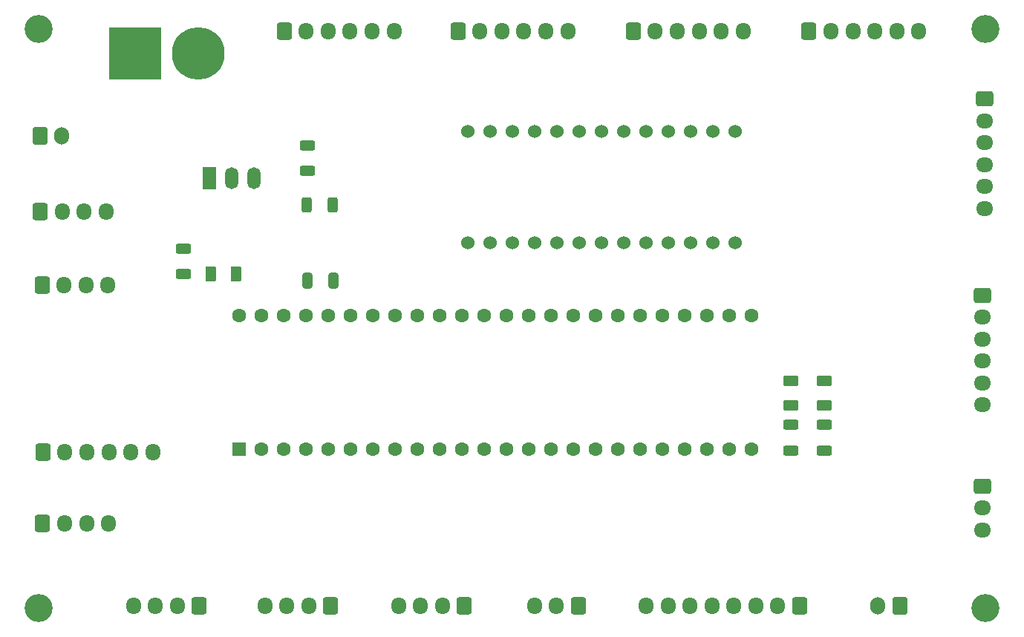
<source format=gbr>
%TF.GenerationSoftware,KiCad,Pcbnew,7.0.5-7.0.5~ubuntu20.04.1*%
%TF.CreationDate,2023-07-11T16:02:30+02:00*%
%TF.ProjectId,drone_launcher,64726f6e-655f-46c6-9175-6e636865722e,V1.0*%
%TF.SameCoordinates,Original*%
%TF.FileFunction,Soldermask,Top*%
%TF.FilePolarity,Negative*%
%FSLAX46Y46*%
G04 Gerber Fmt 4.6, Leading zero omitted, Abs format (unit mm)*
G04 Created by KiCad (PCBNEW 7.0.5-7.0.5~ubuntu20.04.1) date 2023-07-11 16:02:30*
%MOMM*%
%LPD*%
G01*
G04 APERTURE LIST*
G04 Aperture macros list*
%AMRoundRect*
0 Rectangle with rounded corners*
0 $1 Rounding radius*
0 $2 $3 $4 $5 $6 $7 $8 $9 X,Y pos of 4 corners*
0 Add a 4 corners polygon primitive as box body*
4,1,4,$2,$3,$4,$5,$6,$7,$8,$9,$2,$3,0*
0 Add four circle primitives for the rounded corners*
1,1,$1+$1,$2,$3*
1,1,$1+$1,$4,$5*
1,1,$1+$1,$6,$7*
1,1,$1+$1,$8,$9*
0 Add four rect primitives between the rounded corners*
20,1,$1+$1,$2,$3,$4,$5,0*
20,1,$1+$1,$4,$5,$6,$7,0*
20,1,$1+$1,$6,$7,$8,$9,0*
20,1,$1+$1,$8,$9,$2,$3,0*%
G04 Aperture macros list end*
%ADD10RoundRect,0.250000X-0.725000X0.600000X-0.725000X-0.600000X0.725000X-0.600000X0.725000X0.600000X0*%
%ADD11O,1.950000X1.700000*%
%ADD12RoundRect,0.250000X-0.600000X-0.725000X0.600000X-0.725000X0.600000X0.725000X-0.600000X0.725000X0*%
%ADD13O,1.700000X1.950000*%
%ADD14C,3.200000*%
%ADD15C,1.524000*%
%ADD16RoundRect,0.250000X0.600000X0.725000X-0.600000X0.725000X-0.600000X-0.725000X0.600000X-0.725000X0*%
%ADD17R,1.500000X2.500000*%
%ADD18O,1.500000X2.500000*%
%ADD19RoundRect,0.250000X-0.325000X-0.650000X0.325000X-0.650000X0.325000X0.650000X-0.325000X0.650000X0*%
%ADD20RoundRect,0.250000X-0.625000X0.312500X-0.625000X-0.312500X0.625000X-0.312500X0.625000X0.312500X0*%
%ADD21RoundRect,0.250000X0.625000X-0.375000X0.625000X0.375000X-0.625000X0.375000X-0.625000X-0.375000X0*%
%ADD22C,6.000000*%
%ADD23R,6.000000X6.000000*%
%ADD24RoundRect,0.250000X0.625000X-0.312500X0.625000X0.312500X-0.625000X0.312500X-0.625000X-0.312500X0*%
%ADD25R,1.600000X1.600000*%
%ADD26C,1.600000*%
%ADD27RoundRect,0.250000X-0.375000X-0.625000X0.375000X-0.625000X0.375000X0.625000X-0.375000X0.625000X0*%
%ADD28RoundRect,0.250000X-0.600000X-0.750000X0.600000X-0.750000X0.600000X0.750000X-0.600000X0.750000X0*%
%ADD29O,1.700000X2.000000*%
%ADD30RoundRect,0.250000X0.600000X0.750000X-0.600000X0.750000X-0.600000X-0.750000X0.600000X-0.750000X0*%
%ADD31RoundRect,0.250000X-0.312500X-0.625000X0.312500X-0.625000X0.312500X0.625000X-0.312500X0.625000X0*%
G04 APERTURE END LIST*
D10*
%TO.C,J7*%
X203217000Y-115864000D03*
D11*
X203217000Y-118364000D03*
X203217000Y-120864000D03*
%TD*%
D12*
%TO.C,J14*%
X143456000Y-64008000D03*
D13*
X145956000Y-64008000D03*
X148456000Y-64008000D03*
X150956000Y-64008000D03*
X153456000Y-64008000D03*
X155956000Y-64008000D03*
%TD*%
D14*
%TO.C,MH2*%
X203606000Y-63748000D03*
%TD*%
D12*
%TO.C,J11*%
X96012000Y-92964000D03*
D13*
X98512000Y-92964000D03*
X101012000Y-92964000D03*
X103512000Y-92964000D03*
%TD*%
D15*
%TO.C,U3*%
X144526000Y-88138000D03*
X147066000Y-88138000D03*
X149606000Y-88138000D03*
X152146000Y-88138000D03*
X154686000Y-88138000D03*
X157226000Y-88138000D03*
X159766000Y-88138000D03*
X162306000Y-88138000D03*
X164846000Y-88138000D03*
X167386000Y-88138000D03*
X169926000Y-88138000D03*
X172466000Y-88138000D03*
X175006000Y-88138000D03*
X144526000Y-75438000D03*
X147066000Y-75438000D03*
X149606000Y-75438000D03*
X152146000Y-75438000D03*
X154686000Y-75438000D03*
X157226000Y-75438000D03*
X159766000Y-75438000D03*
X162306000Y-75438000D03*
X164846000Y-75438000D03*
X167386000Y-75438000D03*
X169926000Y-75438000D03*
X172466000Y-75438000D03*
X175006000Y-75438000D03*
%TD*%
D16*
%TO.C,J2*%
X128912000Y-129540000D03*
D13*
X126412000Y-129540000D03*
X123912000Y-129540000D03*
X121412000Y-129540000D03*
%TD*%
D17*
%TO.C,U1*%
X115062000Y-80772000D03*
D18*
X117602000Y-80772000D03*
X120142000Y-80772000D03*
%TD*%
D14*
%TO.C,MH1*%
X95606000Y-63748000D03*
%TD*%
D10*
%TO.C,J18*%
X203200000Y-94100000D03*
D11*
X203200000Y-96600000D03*
X203200000Y-99100000D03*
X203200000Y-101600000D03*
X203200000Y-104100000D03*
X203200000Y-106600000D03*
%TD*%
D16*
%TO.C,J1*%
X113926000Y-129540000D03*
D13*
X111426000Y-129540000D03*
X108926000Y-129540000D03*
X106426000Y-129540000D03*
%TD*%
D12*
%TO.C,J10*%
X95798000Y-84582000D03*
D13*
X98298000Y-84582000D03*
X100798000Y-84582000D03*
X103298000Y-84582000D03*
%TD*%
D12*
%TO.C,J19*%
X96132000Y-112014000D03*
D13*
X98632000Y-112014000D03*
X101132000Y-112014000D03*
X103632000Y-112014000D03*
X106132000Y-112014000D03*
X108632000Y-112014000D03*
%TD*%
D10*
%TO.C,J17*%
X203454000Y-71708000D03*
D11*
X203454000Y-74208000D03*
X203454000Y-76708000D03*
X203454000Y-79208000D03*
X203454000Y-81708000D03*
X203454000Y-84208000D03*
%TD*%
D19*
%TO.C,C1*%
X126287000Y-92456000D03*
X129237000Y-92456000D03*
%TD*%
D12*
%TO.C,J8*%
X96092000Y-120142000D03*
D13*
X98592000Y-120142000D03*
X101092000Y-120142000D03*
X103592000Y-120142000D03*
%TD*%
D16*
%TO.C,J4*%
X157146000Y-129540000D03*
D13*
X154646000Y-129540000D03*
X152146000Y-129540000D03*
%TD*%
D20*
%TO.C,R6*%
X181356000Y-108900500D03*
X181356000Y-111825500D03*
%TD*%
D21*
%TO.C,D4*%
X181356000Y-106683000D03*
X181356000Y-103883000D03*
%TD*%
D22*
%TO.C,J20*%
X113836000Y-66548000D03*
D23*
X106636000Y-66548000D03*
%TD*%
D20*
%TO.C,R7*%
X185166000Y-108900500D03*
X185166000Y-111825500D03*
%TD*%
D14*
%TO.C,MH3*%
X95606000Y-129748000D03*
%TD*%
D12*
%TO.C,J15*%
X163442000Y-64008000D03*
D13*
X165942000Y-64008000D03*
X168442000Y-64008000D03*
X170942000Y-64008000D03*
X173442000Y-64008000D03*
X175942000Y-64008000D03*
%TD*%
D12*
%TO.C,J13*%
X123644000Y-64008000D03*
D13*
X126144000Y-64008000D03*
X128644000Y-64008000D03*
X131144000Y-64008000D03*
X133644000Y-64008000D03*
X136144000Y-64008000D03*
%TD*%
D21*
%TO.C,D5*%
X185166000Y-106683000D03*
X185166000Y-103883000D03*
%TD*%
D12*
%TO.C,J16*%
X183468000Y-64008000D03*
D13*
X185968000Y-64008000D03*
X188468000Y-64008000D03*
X190968000Y-64008000D03*
X193468000Y-64008000D03*
X195968000Y-64008000D03*
%TD*%
D16*
%TO.C,J3*%
X144152000Y-129540000D03*
D13*
X141652000Y-129540000D03*
X139152000Y-129540000D03*
X136652000Y-129540000D03*
%TD*%
D24*
%TO.C,R3*%
X112151000Y-91694000D03*
X112151000Y-88769000D03*
%TD*%
D25*
%TO.C,U2*%
X118491000Y-111633000D03*
D26*
X121031000Y-111633000D03*
X123571000Y-111633000D03*
X126111000Y-111633000D03*
X128651000Y-111633000D03*
X131191000Y-111633000D03*
X133731000Y-111633000D03*
X136271000Y-111633000D03*
X138811000Y-111633000D03*
X141351000Y-111633000D03*
X143891000Y-111633000D03*
X146431000Y-111633000D03*
X148971000Y-111633000D03*
X151511000Y-111633000D03*
X154051000Y-111633000D03*
X156591000Y-111633000D03*
X159131000Y-111633000D03*
X161671000Y-111633000D03*
X164211000Y-111633000D03*
X166751000Y-111633000D03*
X169291000Y-111633000D03*
X171831000Y-111633000D03*
X174371000Y-111633000D03*
X176911000Y-111633000D03*
X176911000Y-96393000D03*
X174371000Y-96393000D03*
X171831000Y-96393000D03*
X169291000Y-96393000D03*
X166751000Y-96393000D03*
X164211000Y-96393000D03*
X161671000Y-96393000D03*
X159131000Y-96393000D03*
X156591000Y-96393000D03*
X154051000Y-96393000D03*
X151511000Y-96393000D03*
X148971000Y-96393000D03*
X146431000Y-96393000D03*
X143891000Y-96393000D03*
X141351000Y-96393000D03*
X138811000Y-96393000D03*
X136271000Y-96393000D03*
X133731000Y-96393000D03*
X131191000Y-96393000D03*
X128651000Y-96393000D03*
X126111000Y-96393000D03*
X123571000Y-96393000D03*
X121031000Y-96393000D03*
X118491000Y-96393000D03*
%TD*%
D14*
%TO.C,MH4*%
X203606000Y-129748000D03*
%TD*%
D27*
%TO.C,D1*%
X115310000Y-91694000D03*
X118110000Y-91694000D03*
%TD*%
D20*
%TO.C,R1*%
X126238000Y-77023500D03*
X126238000Y-79948500D03*
%TD*%
D28*
%TO.C,J9*%
X95758000Y-75946000D03*
D29*
X98258000Y-75946000D03*
%TD*%
D16*
%TO.C,J5*%
X182386000Y-129540000D03*
D13*
X179886000Y-129540000D03*
X177386000Y-129540000D03*
X174886000Y-129540000D03*
X172386000Y-129540000D03*
X169886000Y-129540000D03*
X167386000Y-129540000D03*
X164886000Y-129540000D03*
%TD*%
D30*
%TO.C,J6*%
X193802000Y-129540000D03*
D29*
X191302000Y-129540000D03*
%TD*%
D31*
%TO.C,R2*%
X126234000Y-83820000D03*
X129159000Y-83820000D03*
%TD*%
M02*

</source>
